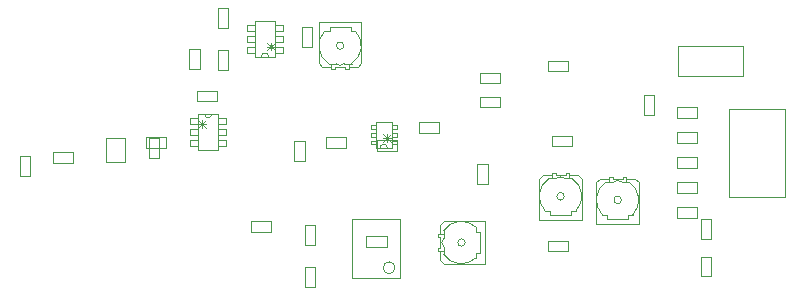
<source format=gbr>
G04*
G04 #@! TF.GenerationSoftware,Altium Limited,Altium Designer,24.6.1 (21)*
G04*
G04 Layer_Color=16711935*
%FSLAX25Y25*%
%MOIN*%
G70*
G04*
G04 #@! TF.SameCoordinates,070BA572-D09E-44C5-9521-77B36399D436*
G04*
G04*
G04 #@! TF.FilePolarity,Positive*
G04*
G01*
G75*
%ADD16C,0.00300*%
%ADD45C,0.00394*%
%ADD46C,0.00000*%
%ADD47C,0.00100*%
D16*
X500200Y430120D02*
X497576Y432744D01*
X500200D02*
X497576Y430120D01*
X500200Y431432D02*
X497576D01*
X498888Y432744D02*
Y430120D01*
X474800Y406880D02*
X477424Y404256D01*
X474800D02*
X477424Y406880D01*
X474800Y405568D02*
X477424D01*
X476112Y404256D02*
Y406880D01*
X538900Y399670D02*
X536276Y402294D01*
X538900D02*
X536276Y399670D01*
X538900Y400982D02*
X536276D01*
X537588Y402294D02*
Y399670D01*
D45*
X600599Y376579D02*
G03*
X599328Y387464I-5099J4921D01*
G01*
X596887D02*
G03*
X594113Y387464I-1387J-1397D01*
G01*
X596750Y381500D02*
G03*
X594250Y381500I-1250J0D01*
G01*
D02*
G03*
X596750Y381500I1250J0D01*
G01*
X591672Y387464D02*
G03*
X590401Y376579I3828J-5964D01*
G01*
X567374Y371211D02*
G03*
X556489Y369940I-4921J-5099D01*
G01*
Y367499D02*
G03*
X556489Y364725I1397J-1387D01*
G01*
X562453Y367362D02*
G03*
X562453Y364862I0J-1250D01*
G01*
D02*
G03*
X562453Y367362I0J1250D01*
G01*
X556489Y362284D02*
G03*
X567374Y361013I5964J3828D01*
G01*
X619599Y375370D02*
G03*
X618328Y386255I-5099J4921D01*
G01*
X615887D02*
G03*
X613113Y386255I-1387J-1397D01*
G01*
X615750Y380291D02*
G03*
X613250Y380291I-1250J0D01*
G01*
D02*
G03*
X615750Y380291I1250J0D01*
G01*
X610672Y386255D02*
G03*
X609401Y375370I3828J-5964D01*
G01*
X516901Y436630D02*
G03*
X518172Y425745I5099J-4921D01*
G01*
X520613D02*
G03*
X523387Y425745I1387J1397D01*
G01*
X520750Y431709D02*
G03*
X523250Y431709I1250J0D01*
G01*
D02*
G03*
X520750Y431709I-1250J0D01*
G01*
X525828Y425745D02*
G03*
X527099Y436630I-3828J5964D01*
G01*
X540299Y357701D02*
G03*
X540299Y357701I-1969J0D01*
G01*
X589595Y388587D02*
X592547D01*
X598453D02*
X601405D01*
X602587Y387405D01*
X598374Y387464D02*
Y389177D01*
X591976Y375201D02*
Y376579D01*
Y375201D02*
X599024D01*
X596887Y387464D02*
X599328D01*
X593847Y388587D02*
X597154D01*
X602587Y373626D02*
Y387405D01*
X597173Y389177D02*
X598374Y389177D01*
X592626Y387464D02*
Y389177D01*
X597173Y388587D02*
Y389177D01*
X588413Y387405D02*
X589595Y388587D01*
X599024Y376579D02*
X600599D01*
X599024Y375201D02*
Y376579D01*
X592626Y389177D02*
X593827D01*
Y388587D02*
Y389177D01*
X590401Y376579D02*
X591976D01*
X591672Y387464D02*
X594113D01*
X588413Y373626D02*
X602587D01*
X588413D02*
Y387405D01*
X555366Y360206D02*
Y363159D01*
Y369065D02*
Y372018D01*
X556547Y373199D01*
X554776Y368986D02*
X556489D01*
X567374Y362588D02*
X568752D01*
Y369636D01*
X556489Y367499D02*
Y369940D01*
X555366Y364458D02*
Y367765D01*
X556547Y373199D02*
X570327D01*
X554776Y367785D02*
X554776Y368986D01*
Y363238D02*
X556489D01*
X554776Y367785D02*
X555366D01*
X555366Y360206D02*
X556547Y359025D01*
X567374Y369636D02*
Y371211D01*
Y369636D02*
X568752D01*
X554776Y363238D02*
Y364439D01*
X555366D01*
X567374Y361013D02*
Y362588D01*
X556489Y362284D02*
Y364725D01*
X570327Y359025D02*
Y373199D01*
X556547Y359025D02*
X570327D01*
X608595Y387378D02*
X611547D01*
X617453D02*
X620405D01*
X621587Y386197D01*
X617374Y386255D02*
Y387968D01*
X610976Y373992D02*
Y375370D01*
Y373992D02*
X618024D01*
X615887Y386255D02*
X618328D01*
X612847Y387378D02*
X616154D01*
X621587Y372417D02*
Y386197D01*
X616173Y387968D02*
X617374Y387968D01*
X611626Y386255D02*
Y387968D01*
X616173Y387378D02*
Y387968D01*
X607413Y386197D02*
X608595Y387378D01*
X618024Y375370D02*
X619599D01*
X618024Y373992D02*
Y375370D01*
X611626Y387968D02*
X612827D01*
Y387378D02*
Y387968D01*
X609401Y375370D02*
X610976D01*
X610672Y386255D02*
X613113D01*
X607413Y372417D02*
X621587D01*
X607413D02*
Y386197D01*
X524953Y424622D02*
X527906D01*
X516094D02*
X519047D01*
X514913Y425803D02*
X516094Y424622D01*
X519126Y424031D02*
Y425745D01*
X525524Y436630D02*
Y438008D01*
X518476D02*
X525524D01*
X518172Y425745D02*
X520613D01*
X520346Y424622D02*
X523654D01*
X514913Y425803D02*
Y439583D01*
X519126Y424031D02*
X520327D01*
X524874D02*
Y425745D01*
X520327Y424031D02*
Y424622D01*
X527906Y424622D02*
X529087Y425803D01*
X516901Y436630D02*
X518476D01*
Y438008D01*
X523673Y424031D02*
X524874D01*
X523673D02*
Y424622D01*
X525524Y436630D02*
X527099D01*
X523387Y425745D02*
X525828D01*
X514913Y439583D02*
X529087D01*
X529087Y425803D02*
Y439583D01*
X642228Y373847D02*
X645772D01*
X642228Y367154D02*
X645772D01*
Y373847D01*
X642228Y367154D02*
Y373847D01*
X642425Y354850D02*
Y361150D01*
Y354850D02*
X645575D01*
X642425Y361150D02*
X645575D01*
Y354850D02*
Y361150D01*
X457154Y397728D02*
X463846D01*
X457154Y401272D02*
X463846D01*
Y397728D02*
Y401272D01*
X457154Y397728D02*
Y401272D01*
X670280Y381255D02*
Y410745D01*
X651794Y381255D02*
X670280D01*
X651776Y381236D02*
Y410745D01*
X670280D01*
X634299Y382728D02*
Y386272D01*
X640992Y382728D02*
Y386272D01*
X634299Y382728D02*
X640992Y382728D01*
X634299Y386272D02*
X640992Y386272D01*
X634299Y374332D02*
X634299Y377876D01*
X640992Y374332D02*
Y377876D01*
X634299Y374332D02*
X640992D01*
X634299Y377876D02*
X640992Y377876D01*
X634388Y407601D02*
Y411144D01*
X641081Y407601D02*
Y411144D01*
X634388Y407601D02*
X641081Y407601D01*
X634388Y411144D02*
X641081Y411144D01*
X634338Y390986D02*
Y394529D01*
X641031Y390986D02*
Y394529D01*
X634338Y390986D02*
X641031D01*
X634338Y394529D02*
X641031D01*
X634388Y399244D02*
Y402788D01*
X641081Y399244D02*
Y402788D01*
X634388Y399244D02*
X641081D01*
X634388Y402788D02*
X641081D01*
X537492Y364728D02*
Y368272D01*
X530799Y364728D02*
Y368272D01*
X537492D01*
X530799Y364728D02*
X537492D01*
X591153Y363228D02*
X597847D01*
X591153Y366772D02*
X597847D01*
Y363228D02*
Y366772D01*
X591153Y363228D02*
Y366772D01*
X510228Y351153D02*
Y357846D01*
X513772Y351153D02*
Y357846D01*
X510228Y351153D02*
X513772D01*
X510228Y357846D02*
X513772D01*
Y365154D02*
Y371847D01*
X510228Y365154D02*
Y371847D01*
X513772D01*
X510228Y365154D02*
X513772D01*
X568654Y414772D02*
X575347D01*
X568653Y411228D02*
X575347D01*
X568653D02*
X568654Y414772D01*
X575347Y411228D02*
Y414772D01*
X591153Y426772D02*
X597847D01*
X591153Y423228D02*
X597847D01*
X591153D02*
Y426772D01*
X597847Y423228D02*
Y426772D01*
X623228Y408653D02*
Y415346D01*
X626772Y408653D02*
Y415346D01*
X623228Y408653D02*
X626772D01*
X623228Y415346D02*
X626772D01*
X568606Y422772D02*
X575299D01*
X568606Y419228D02*
X575299D01*
X568606D02*
Y422772D01*
X575299Y419228D02*
Y422772D01*
X599346Y398228D02*
Y401772D01*
X592654Y398228D02*
Y401772D01*
X599346D01*
X592654Y398228D02*
X599346D01*
X534299Y400272D02*
X540992D01*
X534299Y396728D02*
X540992D01*
Y400272D01*
X534299Y396728D02*
Y400272D01*
X471728Y423799D02*
X471728Y430492D01*
X475272D02*
X475272Y423799D01*
X471728D02*
X475272D01*
X471728Y430492D02*
X475272D01*
X484772Y423701D02*
Y430394D01*
X481228Y423701D02*
Y430394D01*
X484772D01*
X481228Y423701D02*
X484772D01*
X484772Y437701D02*
Y444394D01*
X481228Y437701D02*
Y444394D01*
X484772D01*
X481228Y437701D02*
X484772D01*
X509228Y431154D02*
Y437847D01*
X512772D02*
X512772Y431154D01*
X509228Y437847D02*
X512772D01*
X509228Y431154D02*
X512772D01*
X474154Y413228D02*
Y416772D01*
X480847Y413228D02*
Y416772D01*
X474154Y413228D02*
X480847D01*
X474154Y416772D02*
X480847D01*
X458228Y400846D02*
X461772D01*
X458228Y394153D02*
X461772D01*
X458228D02*
Y400846D01*
X461772Y394153D02*
Y400846D01*
X426154Y392728D02*
X432846D01*
X426154Y396272D02*
X432846D01*
Y392728D02*
Y396272D01*
X426154Y392728D02*
Y396272D01*
X634752Y421500D02*
X656248Y421500D01*
Y431500D01*
X634752Y431500D02*
X656248Y431500D01*
X634752Y421500D02*
Y431500D01*
X443850Y400937D02*
X450150D01*
X443850Y393063D02*
X450150D01*
X443850D02*
Y400937D01*
X450150Y393063D02*
Y400937D01*
X415228Y388154D02*
X418772D01*
X415228Y394847D02*
X418772D01*
X415228Y388154D02*
Y394847D01*
X418772Y388154D02*
Y394847D01*
X506728Y393154D02*
X510272D01*
X506728Y399847D02*
X510272D01*
X506728Y393154D02*
Y399847D01*
X510272Y393154D02*
Y399847D01*
X523846Y397728D02*
Y401272D01*
X517154Y397728D02*
Y401272D01*
Y397728D02*
X523846D01*
X517154Y401272D02*
X523846D01*
X554846Y402728D02*
Y406272D01*
X548154Y402728D02*
Y406272D01*
Y402728D02*
X554846Y402728D01*
X548154Y406272D02*
X554846Y406272D01*
X498846Y369728D02*
Y373272D01*
X492154Y369728D02*
Y373272D01*
Y369728D02*
X498846D01*
X492154Y373272D02*
X498846D01*
X526126Y373843D02*
X541874D01*
X526126Y354157D02*
X541874D01*
X526126D02*
Y373843D01*
X541874Y354157D02*
Y373843D01*
X567728Y392347D02*
X571272D01*
X567728Y385653D02*
X571272D01*
Y392347D01*
X567728Y385653D02*
Y392347D01*
D46*
X498200Y428100D02*
G03*
X495800Y428100I-1200J0D01*
G01*
X476800Y408900D02*
G03*
X479200Y408900I1200J0D01*
G01*
X537700Y397650D02*
G03*
X535300Y397650I-1200J0D01*
G01*
D47*
X500450Y428100D02*
Y439900D01*
X493550Y428100D02*
X500450D01*
X493550D02*
Y439900D01*
X500450D01*
X491100Y429260D02*
X493550D01*
X491100Y431260D02*
X491100Y429260D01*
X491100Y431260D02*
X493550Y431260D01*
Y429260D02*
Y431260D01*
X491100Y433000D02*
X493550Y433000D01*
X491100Y433000D02*
X491100Y435000D01*
X493550D01*
Y433000D02*
Y435000D01*
X491100Y436740D02*
X493550D01*
X491100D02*
Y438740D01*
X493550D01*
Y436740D02*
Y438740D01*
X500450D02*
X502900D01*
Y436740D02*
Y438740D01*
X500450Y436740D02*
X502900D01*
X500450D02*
Y438740D01*
Y435000D02*
X502900D01*
X502900Y433000D02*
X502900Y435000D01*
X500450Y433000D02*
X502900Y433000D01*
X500450Y433000D02*
Y435000D01*
Y431260D02*
X502900D01*
X502900Y429260D01*
X500450Y429260D02*
X502900Y429260D01*
X500450Y429260D02*
Y431260D01*
X474550Y405740D02*
Y407740D01*
X472100D02*
X474550D01*
X472100Y405740D02*
Y407740D01*
Y405740D02*
X474550D01*
Y402000D02*
Y404000D01*
X472100D02*
X474550D01*
X472100Y402000D02*
Y404000D01*
Y402000D02*
X474550D01*
Y398260D02*
Y400260D01*
X472100D02*
X474550D01*
X472100Y398260D02*
Y400260D01*
Y398260D02*
X474550D01*
X481450D02*
Y400260D01*
Y398260D02*
X483900D01*
Y400260D01*
X481450D02*
X483900D01*
X481450Y402000D02*
Y404000D01*
Y402000D02*
X483900D01*
Y404000D01*
X481450D02*
X483900D01*
X481450Y405740D02*
Y407740D01*
Y405740D02*
X483900D01*
Y407740D01*
X481450D02*
X483900D01*
X474550Y397100D02*
X481450D01*
Y408900D01*
X474550D02*
X481450D01*
X474550Y397100D02*
Y408900D01*
X539150Y398841D02*
Y400041D01*
Y398841D02*
X540850D01*
X540850Y400041D01*
X539150D02*
X540850D01*
X539150Y401400D02*
Y402600D01*
Y401400D02*
X540850D01*
Y402600D01*
X539150D02*
X540850D01*
X539150Y403959D02*
Y405159D01*
Y403959D02*
X540850D01*
X540850Y405159D02*
X540850Y403959D01*
X539150Y405159D02*
X540850D01*
X533850Y403959D02*
Y405159D01*
X532150D02*
X533850D01*
X532150Y403959D02*
X532150Y405159D01*
X532150Y403959D02*
X533850D01*
Y401400D02*
Y402600D01*
X532150D02*
X533850D01*
X532150Y401400D02*
Y402600D01*
Y401400D02*
X533850D01*
Y398841D02*
Y400041D01*
X532150D02*
X533850D01*
X532150D02*
X532150Y398841D01*
X533850D01*
Y406350D02*
X539150D01*
X533850Y397650D02*
Y406350D01*
Y397650D02*
X539150D01*
Y406350D01*
M02*

</source>
